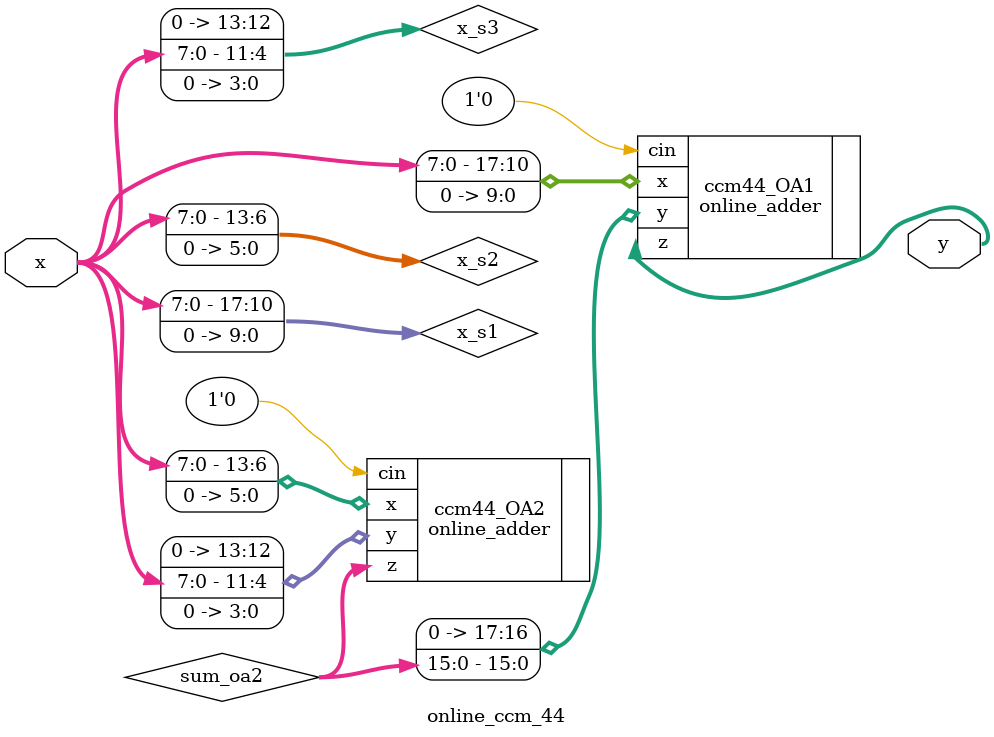
<source format=v>
`timescale 1ns / 1ps
module online_ccm_44(x,y);
parameter Stage = 4;

localparam s1 = 5;
localparam s2 = 3;
localparam s3 = 2;

localparam WL 		= 2*Stage;
localparam WL_oa1	= 2*(Stage+s1);		//WL of OA inputs
localparam WL_oa2 = 2*(Stage+s2);
localparam WL_s2	= 2*(Stage+s2);
localparam WL_s3	= 2*(Stage+s3);
localparam WL_out = 2*(Stage+s1+1);

	input [WL-1:0] x;
	output[WL_out-1:0] y;
	
	wire [WL_oa1-1:0] x_s1;
	wire [WL_oa2-1:0] x_s2, x_s3;
	
	wire [WL_oa2+1:0] sum_oa2;
	
	assign x_s1[WL_oa1-1:WL_oa1-WL]	= x;
	assign x_s1[WL_oa1-WL-1:0]			= 'b0;
	
	assign x_s2[WL_s2-1:WL_s2-WL]	= x;
	assign x_s2[WL_s2-WL-1:0]		= 'b0;
	
	assign x_s3[WL_s2-1:WL_s3] 	= 'b0;
	assign x_s3[WL_s3-1:WL_s3-WL]	= x;
	assign x_s3[WL_s3-WL-1:0]		= 'b0;
	
	//---- Connect All Adders ----//
	online_adder #(Stage+s2) ccm44_OA2(.x(x_s2),.y(x_s3),.cin(1'b0),.z(sum_oa2));
	online_adder #(Stage+s1) ccm44_OA1(.x(x_s1),.y({2'b0,sum_oa2}),.cin(1'b0),.z(y));
	
endmodule

</source>
